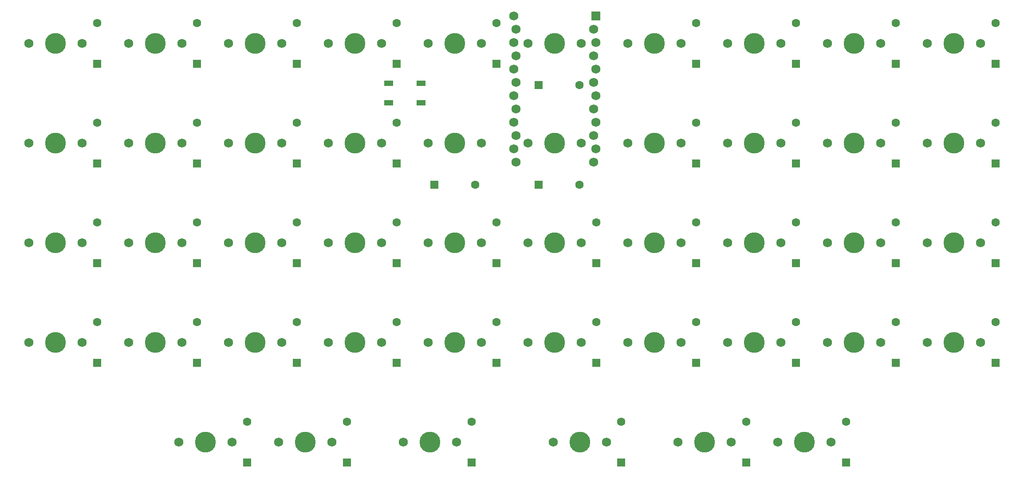
<source format=gts>
%TF.GenerationSoftware,KiCad,Pcbnew,(5.1.12)-1*%
%TF.CreationDate,2022-01-01T13:19:22-05:00*%
%TF.ProjectId,my-keeb-pro-micro,6d792d6b-6565-4622-9d70-726f2d6d6963,rev?*%
%TF.SameCoordinates,Original*%
%TF.FileFunction,Soldermask,Top*%
%TF.FilePolarity,Negative*%
%FSLAX46Y46*%
G04 Gerber Fmt 4.6, Leading zero omitted, Abs format (unit mm)*
G04 Created by KiCad (PCBNEW (5.1.12)-1) date 2022-01-01 13:19:22*
%MOMM*%
%LPD*%
G01*
G04 APERTURE LIST*
%ADD10R,1.600000X1.600000*%
%ADD11C,1.600000*%
%ADD12C,3.987800*%
%ADD13C,1.750000*%
%ADD14R,1.752600X1.752600*%
%ADD15C,1.752600*%
%ADD16R,1.800000X1.100000*%
G04 APERTURE END LIST*
D10*
%TO.C,D46*%
X201612500Y-83275000D03*
D11*
X201612500Y-75475000D03*
%TD*%
D12*
%TO.C,MX25*%
X117475000Y-41275000D03*
D13*
X112395000Y-41275000D03*
X122555000Y-41275000D03*
%TD*%
D12*
%TO.C,MX28*%
X122237500Y-98425000D03*
D13*
X117157500Y-98425000D03*
X127317500Y-98425000D03*
%TD*%
D14*
%TO.C,U1*%
X125323600Y-16986250D03*
D15*
X124866400Y-19526250D03*
X125323600Y-22066250D03*
X124866400Y-24606250D03*
X125323600Y-27146250D03*
X124866400Y-29686250D03*
X125323600Y-32226250D03*
X124866400Y-34766250D03*
X125323600Y-37306250D03*
X124866400Y-39846250D03*
X125323600Y-42386250D03*
X110083600Y-44926250D03*
X109626400Y-42386250D03*
X110083600Y-39846250D03*
X109626400Y-37306250D03*
X110083600Y-34766250D03*
X109626400Y-32226250D03*
X110083600Y-29686250D03*
X109626400Y-27146250D03*
X110083600Y-24606250D03*
X109626400Y-22066250D03*
X110083600Y-19526250D03*
X124866400Y-44926250D03*
X109626400Y-16986250D03*
%TD*%
D16*
%TO.C,SW1*%
X92000000Y-33600000D03*
X85800000Y-29900000D03*
X92000000Y-29900000D03*
X85800000Y-33600000D03*
%TD*%
D12*
%TO.C,MX46*%
X193675000Y-79375000D03*
D13*
X188595000Y-79375000D03*
X198755000Y-79375000D03*
%TD*%
D12*
%TO.C,MX45*%
X193675000Y-60325000D03*
D13*
X188595000Y-60325000D03*
X198755000Y-60325000D03*
%TD*%
D12*
%TO.C,MX44*%
X193675000Y-41275000D03*
D13*
X188595000Y-41275000D03*
X198755000Y-41275000D03*
%TD*%
D12*
%TO.C,MX43*%
X193675000Y-22225000D03*
D13*
X188595000Y-22225000D03*
X198755000Y-22225000D03*
%TD*%
D12*
%TO.C,MX42*%
X174625000Y-79375000D03*
D13*
X169545000Y-79375000D03*
X179705000Y-79375000D03*
%TD*%
D12*
%TO.C,MX41*%
X174625000Y-60325000D03*
D13*
X169545000Y-60325000D03*
X179705000Y-60325000D03*
%TD*%
D12*
%TO.C,MX40*%
X174625000Y-41275000D03*
D13*
X169545000Y-41275000D03*
X179705000Y-41275000D03*
%TD*%
D12*
%TO.C,MX39*%
X174625000Y-22225000D03*
D13*
X169545000Y-22225000D03*
X179705000Y-22225000D03*
%TD*%
D12*
%TO.C,MX38*%
X165100000Y-98425000D03*
D13*
X160020000Y-98425000D03*
X170180000Y-98425000D03*
%TD*%
D12*
%TO.C,MX37*%
X155575000Y-79375000D03*
D13*
X150495000Y-79375000D03*
X160655000Y-79375000D03*
%TD*%
D12*
%TO.C,MX36*%
X155575000Y-60325000D03*
D13*
X150495000Y-60325000D03*
X160655000Y-60325000D03*
%TD*%
D12*
%TO.C,MX35*%
X155575000Y-41275000D03*
D13*
X150495000Y-41275000D03*
X160655000Y-41275000D03*
%TD*%
D12*
%TO.C,MX34*%
X155575000Y-22225000D03*
D13*
X150495000Y-22225000D03*
X160655000Y-22225000D03*
%TD*%
D12*
%TO.C,MX33*%
X146050000Y-98425000D03*
D13*
X140970000Y-98425000D03*
X151130000Y-98425000D03*
%TD*%
D12*
%TO.C,MX32*%
X136525000Y-79375000D03*
D13*
X131445000Y-79375000D03*
X141605000Y-79375000D03*
%TD*%
D12*
%TO.C,MX31*%
X136525000Y-60325000D03*
D13*
X131445000Y-60325000D03*
X141605000Y-60325000D03*
%TD*%
D12*
%TO.C,MX30*%
X136525000Y-41275000D03*
D13*
X131445000Y-41275000D03*
X141605000Y-41275000D03*
%TD*%
D12*
%TO.C,MX29*%
X136525000Y-22225000D03*
D13*
X131445000Y-22225000D03*
X141605000Y-22225000D03*
%TD*%
D12*
%TO.C,MX27*%
X117475000Y-79375000D03*
D13*
X112395000Y-79375000D03*
X122555000Y-79375000D03*
%TD*%
D12*
%TO.C,MX26*%
X117475000Y-60325000D03*
D13*
X112395000Y-60325000D03*
X122555000Y-60325000D03*
%TD*%
D12*
%TO.C,MX24*%
X117475000Y-22225000D03*
D13*
X112395000Y-22225000D03*
X122555000Y-22225000D03*
%TD*%
D12*
%TO.C,MX23*%
X93662500Y-98425000D03*
D13*
X88582500Y-98425000D03*
X98742500Y-98425000D03*
%TD*%
D12*
%TO.C,MX22*%
X98425000Y-79375000D03*
D13*
X93345000Y-79375000D03*
X103505000Y-79375000D03*
%TD*%
D12*
%TO.C,MX21*%
X98425000Y-60325000D03*
D13*
X93345000Y-60325000D03*
X103505000Y-60325000D03*
%TD*%
D12*
%TO.C,MX20*%
X98425000Y-41275000D03*
D13*
X93345000Y-41275000D03*
X103505000Y-41275000D03*
%TD*%
D12*
%TO.C,MX19*%
X98425000Y-22225000D03*
D13*
X93345000Y-22225000D03*
X103505000Y-22225000D03*
%TD*%
D12*
%TO.C,MX18*%
X69850000Y-98425000D03*
D13*
X64770000Y-98425000D03*
X74930000Y-98425000D03*
%TD*%
D12*
%TO.C,MX17*%
X79375000Y-79375000D03*
D13*
X74295000Y-79375000D03*
X84455000Y-79375000D03*
%TD*%
D12*
%TO.C,MX16*%
X79375000Y-60325000D03*
D13*
X74295000Y-60325000D03*
X84455000Y-60325000D03*
%TD*%
D12*
%TO.C,MX15*%
X79375000Y-41275000D03*
D13*
X74295000Y-41275000D03*
X84455000Y-41275000D03*
%TD*%
D12*
%TO.C,MX14*%
X79375000Y-22225000D03*
D13*
X74295000Y-22225000D03*
X84455000Y-22225000D03*
%TD*%
D12*
%TO.C,MX13*%
X50800000Y-98425000D03*
D13*
X45720000Y-98425000D03*
X55880000Y-98425000D03*
%TD*%
D12*
%TO.C,MX12*%
X60325000Y-79375000D03*
D13*
X55245000Y-79375000D03*
X65405000Y-79375000D03*
%TD*%
D12*
%TO.C,MX11*%
X60325000Y-60325000D03*
D13*
X55245000Y-60325000D03*
X65405000Y-60325000D03*
%TD*%
D12*
%TO.C,MX10*%
X60325000Y-41275000D03*
D13*
X55245000Y-41275000D03*
X65405000Y-41275000D03*
%TD*%
D12*
%TO.C,MX9*%
X60325000Y-22225000D03*
D13*
X55245000Y-22225000D03*
X65405000Y-22225000D03*
%TD*%
D12*
%TO.C,MX8*%
X41275000Y-79375000D03*
D13*
X36195000Y-79375000D03*
X46355000Y-79375000D03*
%TD*%
D12*
%TO.C,MX7*%
X41275000Y-60325000D03*
D13*
X36195000Y-60325000D03*
X46355000Y-60325000D03*
%TD*%
D12*
%TO.C,MX6*%
X41275000Y-41275000D03*
D13*
X36195000Y-41275000D03*
X46355000Y-41275000D03*
%TD*%
D12*
%TO.C,MX5*%
X41275000Y-22225000D03*
D13*
X36195000Y-22225000D03*
X46355000Y-22225000D03*
%TD*%
D12*
%TO.C,MX4*%
X22225000Y-79375000D03*
D13*
X17145000Y-79375000D03*
X27305000Y-79375000D03*
%TD*%
D12*
%TO.C,MX3*%
X22225000Y-60325000D03*
D13*
X17145000Y-60325000D03*
X27305000Y-60325000D03*
%TD*%
D12*
%TO.C,MX2*%
X22225000Y-41275000D03*
D13*
X17145000Y-41275000D03*
X27305000Y-41275000D03*
%TD*%
D12*
%TO.C,MX1*%
X22225000Y-22225000D03*
D13*
X17145000Y-22225000D03*
X27305000Y-22225000D03*
%TD*%
D10*
%TO.C,D45*%
X201612500Y-64225000D03*
D11*
X201612500Y-56425000D03*
%TD*%
D10*
%TO.C,D44*%
X201612500Y-45175000D03*
D11*
X201612500Y-37375000D03*
%TD*%
D10*
%TO.C,D43*%
X201612500Y-26125000D03*
D11*
X201612500Y-18325000D03*
%TD*%
D10*
%TO.C,D42*%
X182562500Y-83275000D03*
D11*
X182562500Y-75475000D03*
%TD*%
D10*
%TO.C,D41*%
X182562500Y-64225000D03*
D11*
X182562500Y-56425000D03*
%TD*%
D10*
%TO.C,D40*%
X182562500Y-45175000D03*
D11*
X182562500Y-37375000D03*
%TD*%
D10*
%TO.C,D39*%
X182562500Y-26125000D03*
D11*
X182562500Y-18325000D03*
%TD*%
D10*
%TO.C,D38*%
X173037500Y-102325000D03*
D11*
X173037500Y-94525000D03*
%TD*%
D10*
%TO.C,D37*%
X163512500Y-83275000D03*
D11*
X163512500Y-75475000D03*
%TD*%
D10*
%TO.C,D36*%
X163512500Y-64225000D03*
D11*
X163512500Y-56425000D03*
%TD*%
D10*
%TO.C,D35*%
X163512500Y-45175000D03*
D11*
X163512500Y-37375000D03*
%TD*%
D10*
%TO.C,D34*%
X163512500Y-26125000D03*
D11*
X163512500Y-18325000D03*
%TD*%
D10*
%TO.C,D33*%
X153987500Y-102325000D03*
D11*
X153987500Y-94525000D03*
%TD*%
D10*
%TO.C,D32*%
X144462500Y-83275000D03*
D11*
X144462500Y-75475000D03*
%TD*%
D10*
%TO.C,D31*%
X144462500Y-64225000D03*
D11*
X144462500Y-56425000D03*
%TD*%
D10*
%TO.C,D30*%
X144462500Y-45175000D03*
D11*
X144462500Y-37375000D03*
%TD*%
D10*
%TO.C,D29*%
X144462500Y-26125000D03*
D11*
X144462500Y-18325000D03*
%TD*%
D10*
%TO.C,D28*%
X130175000Y-102325000D03*
D11*
X130175000Y-94525000D03*
%TD*%
D10*
%TO.C,D27*%
X125412500Y-83275000D03*
D11*
X125412500Y-75475000D03*
%TD*%
D10*
%TO.C,D26*%
X125412500Y-64225000D03*
D11*
X125412500Y-56425000D03*
%TD*%
D10*
%TO.C,D25*%
X114368750Y-49212500D03*
D11*
X122168750Y-49212500D03*
%TD*%
D10*
%TO.C,D24*%
X114368750Y-30162500D03*
D11*
X122168750Y-30162500D03*
%TD*%
D10*
%TO.C,D23*%
X101600000Y-102325000D03*
D11*
X101600000Y-94525000D03*
%TD*%
D10*
%TO.C,D22*%
X106362500Y-83275000D03*
D11*
X106362500Y-75475000D03*
%TD*%
D10*
%TO.C,D21*%
X106362500Y-64225000D03*
D11*
X106362500Y-56425000D03*
%TD*%
D10*
%TO.C,D20*%
X94525000Y-49212500D03*
D11*
X102325000Y-49212500D03*
%TD*%
D10*
%TO.C,D19*%
X106362500Y-26125000D03*
D11*
X106362500Y-18325000D03*
%TD*%
D10*
%TO.C,D18*%
X77787500Y-102325000D03*
D11*
X77787500Y-94525000D03*
%TD*%
D10*
%TO.C,D17*%
X87312500Y-83275000D03*
D11*
X87312500Y-75475000D03*
%TD*%
D10*
%TO.C,D16*%
X87312500Y-64225000D03*
D11*
X87312500Y-56425000D03*
%TD*%
D10*
%TO.C,D15*%
X87312500Y-45175000D03*
D11*
X87312500Y-37375000D03*
%TD*%
D10*
%TO.C,D14*%
X87312500Y-26125000D03*
D11*
X87312500Y-18325000D03*
%TD*%
D10*
%TO.C,D13*%
X58737500Y-102325000D03*
D11*
X58737500Y-94525000D03*
%TD*%
D10*
%TO.C,D12*%
X68262500Y-83275000D03*
D11*
X68262500Y-75475000D03*
%TD*%
D10*
%TO.C,D11*%
X68262500Y-64225000D03*
D11*
X68262500Y-56425000D03*
%TD*%
D10*
%TO.C,D10*%
X68262500Y-45175000D03*
D11*
X68262500Y-37375000D03*
%TD*%
D10*
%TO.C,D9*%
X68262500Y-26125000D03*
D11*
X68262500Y-18325000D03*
%TD*%
D10*
%TO.C,D8*%
X49212500Y-83275000D03*
D11*
X49212500Y-75475000D03*
%TD*%
D10*
%TO.C,D7*%
X49212500Y-64225000D03*
D11*
X49212500Y-56425000D03*
%TD*%
D10*
%TO.C,D6*%
X49212500Y-45175000D03*
D11*
X49212500Y-37375000D03*
%TD*%
D10*
%TO.C,D5*%
X49212500Y-26125000D03*
D11*
X49212500Y-18325000D03*
%TD*%
D10*
%TO.C,D4*%
X30162500Y-83275000D03*
D11*
X30162500Y-75475000D03*
%TD*%
D10*
%TO.C,D3*%
X30162500Y-64225000D03*
D11*
X30162500Y-56425000D03*
%TD*%
D10*
%TO.C,D2*%
X30162500Y-45175000D03*
D11*
X30162500Y-37375000D03*
%TD*%
D10*
%TO.C,D1*%
X30162500Y-26125000D03*
D11*
X30162500Y-18325000D03*
%TD*%
M02*

</source>
